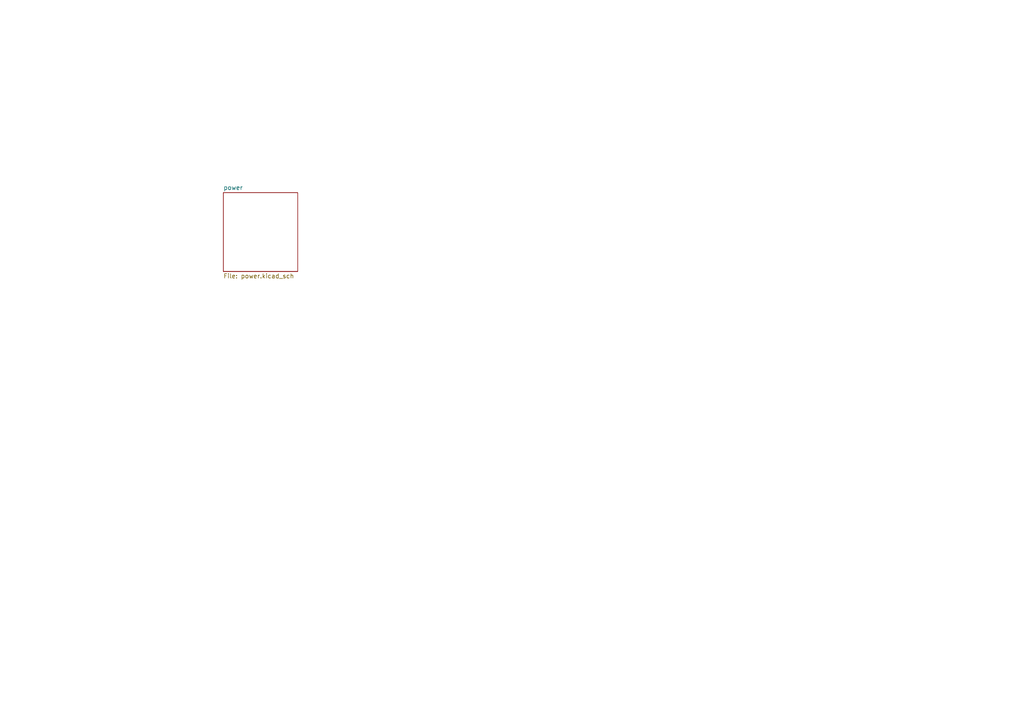
<source format=kicad_sch>
(kicad_sch (version 20230121) (generator eeschema)
  (paper "A4")
  (lib_symbols)
  (sheet (at 64.77 55.88) (size 21.59 22.86) (stroke (width 0.1524))
    (property "Sheetname" "power" (at 64.77 55.1684 0) (effects (justify left bottom)))
    (property "Sheetfile" "power.kicad_sch" (at 64.77 79.3246 0) (effects (justify left top)))
  )
)
</source>
